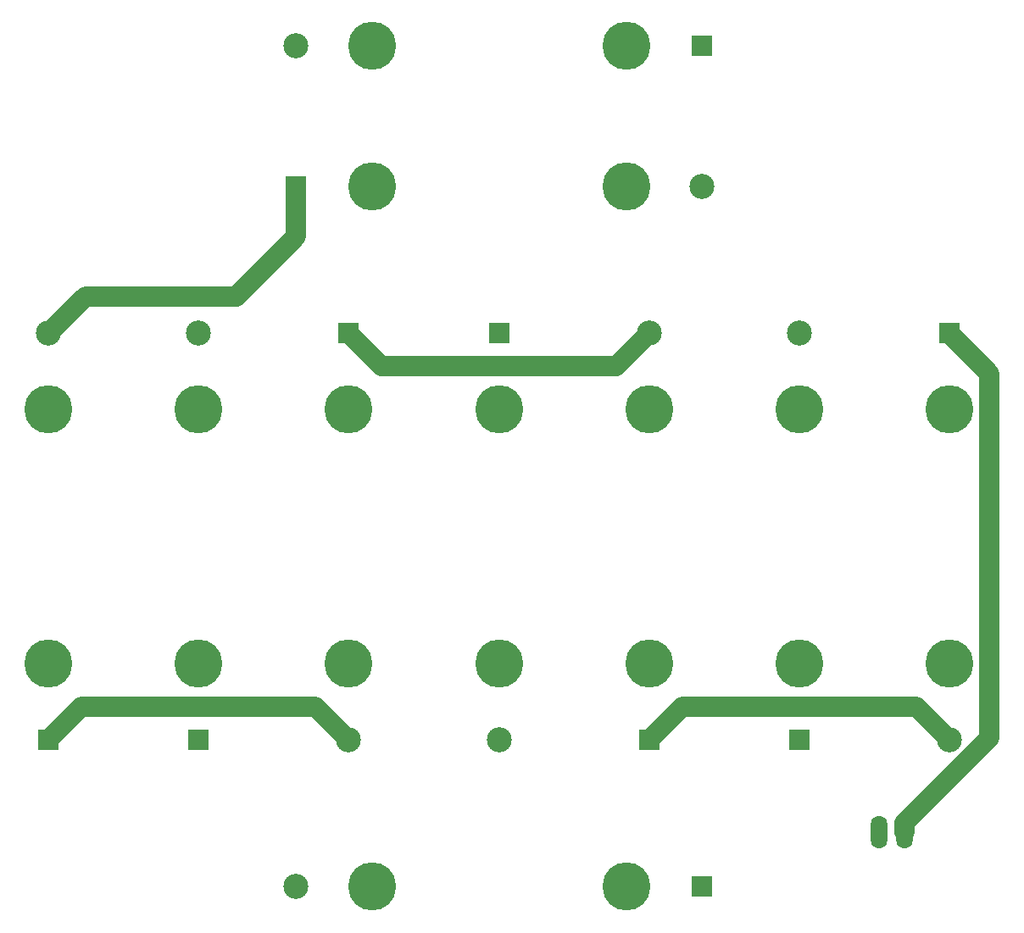
<source format=gbr>
%TF.GenerationSoftware,KiCad,Pcbnew,7.0.1-0*%
%TF.CreationDate,2023-05-22T13:54:53+09:00*%
%TF.ProjectId,Battery,42617474-6572-4792-9e6b-696361645f70,rev?*%
%TF.SameCoordinates,Original*%
%TF.FileFunction,Copper,L2,Bot*%
%TF.FilePolarity,Positive*%
%FSLAX46Y46*%
G04 Gerber Fmt 4.6, Leading zero omitted, Abs format (unit mm)*
G04 Created by KiCad (PCBNEW 7.0.1-0) date 2023-05-22 13:54:53*
%MOMM*%
%LPD*%
G01*
G04 APERTURE LIST*
%TA.AperFunction,ComponentPad*%
%ADD10R,2.000000X2.000000*%
%TD*%
%TA.AperFunction,ComponentPad*%
%ADD11C,2.500000*%
%TD*%
%TA.AperFunction,ComponentPad*%
%ADD12C,4.800000*%
%TD*%
%TA.AperFunction,ComponentPad*%
%ADD13O,1.650000X3.300000*%
%TD*%
%TA.AperFunction,Conductor*%
%ADD14C,2.000000*%
%TD*%
G04 APERTURE END LIST*
D10*
%TO.P,BT7,1,+*%
%TO.N,Net-(BT6--)*%
X114780000Y-119090000D03*
D11*
%TO.P,BT7,2,-*%
%TO.N,Net-(BT7--)*%
X114780000Y-78490000D03*
D12*
%TO.P,BT7,MH1*%
%TO.N,N/C*%
X114780000Y-111490000D03*
%TO.P,BT7,MH2*%
X114780000Y-86090000D03*
%TD*%
D10*
%TO.P,BT10,1,+*%
%TO.N,Net-(BT10-+)*%
X165080000Y-49790000D03*
D11*
%TO.P,BT10,2,-*%
%TO.N,Net-(BT10--)*%
X124480000Y-49790000D03*
D12*
%TO.P,BT10,MH1*%
%TO.N,N/C*%
X157480000Y-49790000D03*
%TO.P,BT10,MH2*%
X132080000Y-49790000D03*
%TD*%
D10*
%TO.P,BT9,1,+*%
%TO.N,Net-(BT8--)*%
X174780000Y-119090000D03*
D11*
%TO.P,BT9,2,-*%
%TO.N,Net-(BT10-+)*%
X174780000Y-78490000D03*
D12*
%TO.P,BT9,MH1*%
%TO.N,N/C*%
X174780000Y-111490000D03*
%TO.P,BT9,MH2*%
X174780000Y-86090000D03*
%TD*%
D10*
%TO.P,BT8,1,+*%
%TO.N,Net-(BT7--)*%
X144780000Y-78490000D03*
D11*
%TO.P,BT8,2,-*%
%TO.N,Net-(BT8--)*%
X144780000Y-119090000D03*
D12*
%TO.P,BT8,MH1*%
%TO.N,N/C*%
X144780000Y-86090000D03*
%TO.P,BT8,MH2*%
X144780000Y-111490000D03*
%TD*%
D10*
%TO.P,BT6,1,+*%
%TO.N,Net-(BT1-+)*%
X165080000Y-133790000D03*
D11*
%TO.P,BT6,2,-*%
%TO.N,Net-(BT6--)*%
X124480000Y-133790000D03*
D12*
%TO.P,BT6,MH1*%
%TO.N,N/C*%
X157480000Y-133790000D03*
%TO.P,BT6,MH2*%
X132080000Y-133790000D03*
%TD*%
D13*
%TO.P,J1,1,Pin_1*%
%TO.N,Net-(BT10--)*%
X182760000Y-128347450D03*
%TO.P,J1,2,Pin_2*%
%TO.N,Net-(BT1-+)*%
X185300000Y-128347450D03*
%TD*%
D10*
%TO.P,BT5,1,+*%
%TO.N,Net-(BT4--)*%
X124480000Y-63790000D03*
D11*
%TO.P,BT5,2,-*%
%TO.N,Net-(BT10--)*%
X165080000Y-63790000D03*
D12*
%TO.P,BT5,MH1*%
%TO.N,N/C*%
X132080000Y-63790000D03*
%TO.P,BT5,MH2*%
X157480000Y-63790000D03*
%TD*%
D10*
%TO.P,BT3,1,+*%
%TO.N,Net-(BT2--)*%
X129780000Y-78490000D03*
D11*
%TO.P,BT3,2,-*%
%TO.N,Net-(BT3--)*%
X129780000Y-119090000D03*
D12*
%TO.P,BT3,MH1*%
%TO.N,N/C*%
X129780000Y-86090000D03*
%TO.P,BT3,MH2*%
X129780000Y-111490000D03*
%TD*%
D10*
%TO.P,BT4,1,+*%
%TO.N,Net-(BT3--)*%
X99780000Y-119090000D03*
D11*
%TO.P,BT4,2,-*%
%TO.N,Net-(BT4--)*%
X99780000Y-78490000D03*
D12*
%TO.P,BT4,MH1*%
%TO.N,N/C*%
X99780000Y-111490000D03*
%TO.P,BT4,MH2*%
X99780000Y-86090000D03*
%TD*%
D10*
%TO.P,BT1,1,+*%
%TO.N,Net-(BT1-+)*%
X189780000Y-78490000D03*
D11*
%TO.P,BT1,2,-*%
%TO.N,Net-(BT1--)*%
X189780000Y-119090000D03*
D12*
%TO.P,BT1,MH1*%
%TO.N,N/C*%
X189780000Y-86090000D03*
%TO.P,BT1,MH2*%
X189780000Y-111490000D03*
%TD*%
D10*
%TO.P,BT2,1,+*%
%TO.N,Net-(BT1--)*%
X159780000Y-119090000D03*
D11*
%TO.P,BT2,2,-*%
%TO.N,Net-(BT2--)*%
X159780000Y-78490000D03*
D12*
%TO.P,BT2,MH1*%
%TO.N,N/C*%
X159780000Y-111490000D03*
%TO.P,BT2,MH2*%
X159780000Y-86090000D03*
%TD*%
D14*
%TO.N,Net-(BT1-+)*%
X185300000Y-128347450D02*
X185300000Y-127395000D01*
X193780000Y-118915000D02*
X193780000Y-82490000D01*
X193780000Y-82490000D02*
X189780000Y-78490000D01*
X185300000Y-127395000D02*
X193780000Y-118915000D01*
%TO.N,Net-(BT1--)*%
X163080000Y-115790000D02*
X159780000Y-119090000D01*
X186480000Y-115790000D02*
X163080000Y-115790000D01*
X189780000Y-119090000D02*
X186480000Y-115790000D01*
%TO.N,Net-(BT2--)*%
X156480000Y-81790000D02*
X133080000Y-81790000D01*
X133080000Y-81790000D02*
X129780000Y-78490000D01*
X159780000Y-78490000D02*
X156480000Y-81790000D01*
%TO.N,Net-(BT3--)*%
X103080000Y-115790000D02*
X99780000Y-119090000D01*
X126480000Y-115790000D02*
X103080000Y-115790000D01*
X129780000Y-119090000D02*
X126480000Y-115790000D01*
%TO.N,Net-(BT4--)*%
X118530000Y-74790000D02*
X124480000Y-68840000D01*
X124480000Y-68840000D02*
X124480000Y-63790000D01*
X99780000Y-78490000D02*
X103480000Y-74790000D01*
X103480000Y-74790000D02*
X118530000Y-74790000D01*
%TD*%
M02*

</source>
